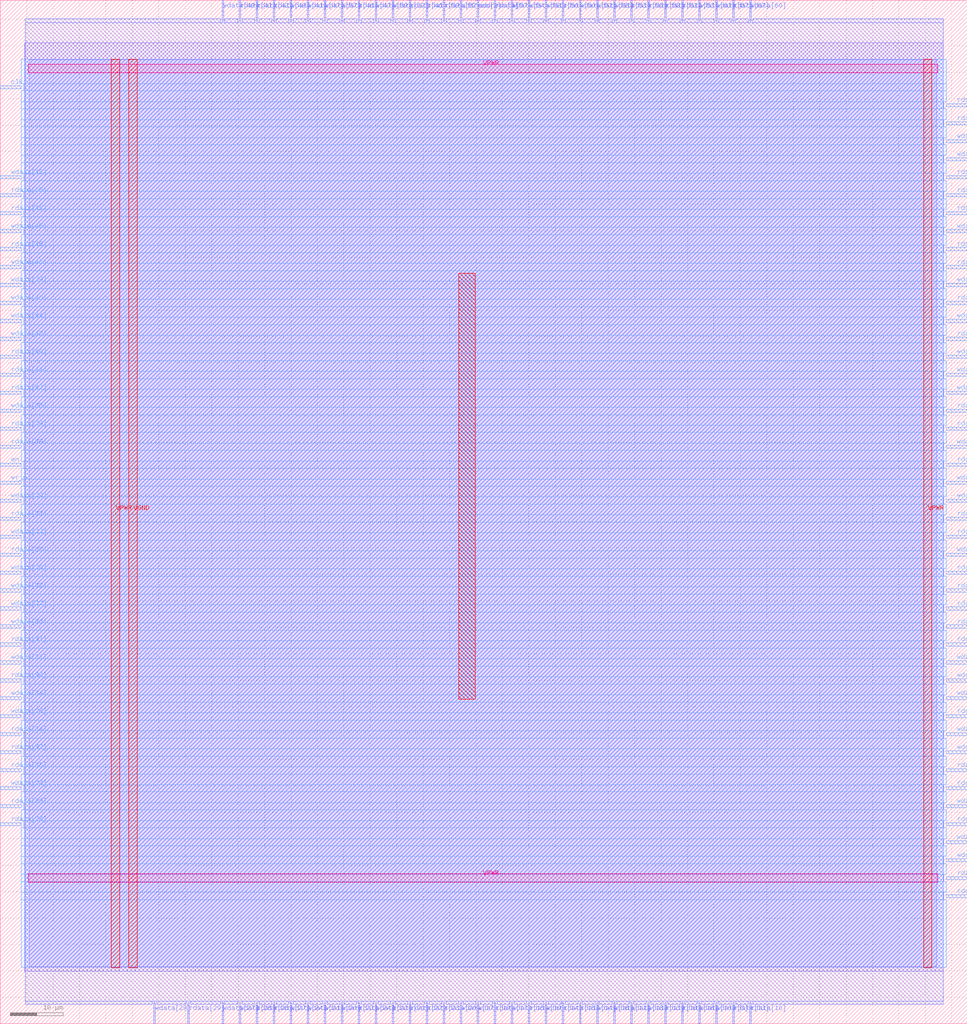
<source format=lef>
VERSION 5.7 ;
  NOWIREEXTENSIONATPIN ON ;
  DIVIDERCHAR "/" ;
  BUSBITCHARS "[]" ;
MACRO dff_ram_4x72
  CLASS BLOCK ;
  FOREIGN dff_ram_4x72 ;
  ORIGIN 0.000 0.000 ;
  SIZE 182.915 BY 193.635 ;
  PIN VGND
    DIRECTION INOUT ;
    USE GROUND ;
    PORT
      LAYER met4 ;
        RECT 24.340 10.640 25.940 182.480 ;
    END
  END VGND
  PIN VPWR
    DIRECTION INOUT ;
    USE POWER ;
    PORT
      LAYER met4 ;
        RECT 21.040 10.640 22.640 182.480 ;
    END
    PORT
      LAYER met4 ;
        RECT 174.640 10.640 176.240 182.480 ;
    END
    PORT
      LAYER met5 ;
        RECT 5.280 26.730 177.340 28.330 ;
    END
    PORT
      LAYER met5 ;
        RECT 5.280 179.910 177.340 181.510 ;
    END
  END VPWR
  PIN address[0]
    DIRECTION INPUT ;
    USE SIGNAL ;
    ANTENNAGATEAREA 0.126000 ;
    PORT
      LAYER met2 ;
        RECT 90.250 189.635 90.530 193.635 ;
    END
  END address[0]
  PIN address[1]
    DIRECTION INPUT ;
    USE SIGNAL ;
    ANTENNAGATEAREA 0.196500 ;
    PORT
      LAYER met2 ;
        RECT 87.030 189.635 87.310 193.635 ;
    END
  END address[1]
  PIN clk
    DIRECTION INPUT ;
    USE SIGNAL ;
    ANTENNAGATEAREA 0.852000 ;
    PORT
      LAYER met3 ;
        RECT 0.000 176.840 4.000 177.440 ;
    END
  END clk
  PIN en
    DIRECTION INPUT ;
    USE SIGNAL ;
    ANTENNAGATEAREA 0.213000 ;
    PORT
      LAYER met3 ;
        RECT 0.000 105.440 4.000 106.040 ;
    END
  END en
  PIN rdata[0]
    DIRECTION OUTPUT TRISTATE ;
    USE SIGNAL ;
    ANTENNADIFFAREA 0.445500 ;
    PORT
      LAYER met3 ;
        RECT 178.915 23.840 182.915 24.440 ;
    END
  END rdata[0]
  PIN rdata[10]
    DIRECTION OUTPUT TRISTATE ;
    USE SIGNAL ;
    ANTENNADIFFAREA 0.795200 ;
    PORT
      LAYER met2 ;
        RECT 141.770 0.000 142.050 4.000 ;
    END
  END rdata[10]
  PIN rdata[11]
    DIRECTION OUTPUT TRISTATE ;
    USE SIGNAL ;
    ANTENNADIFFAREA 0.445500 ;
    PORT
      LAYER met3 ;
        RECT 178.915 81.640 182.915 82.240 ;
    END
  END rdata[11]
  PIN rdata[12]
    DIRECTION OUTPUT TRISTATE ;
    USE SIGNAL ;
    ANTENNADIFFAREA 0.445500 ;
    PORT
      LAYER met3 ;
        RECT 178.915 74.840 182.915 75.440 ;
    END
  END rdata[12]
  PIN rdata[13]
    DIRECTION OUTPUT TRISTATE ;
    USE SIGNAL ;
    ANTENNADIFFAREA 0.795200 ;
    PORT
      LAYER met2 ;
        RECT 138.550 0.000 138.830 4.000 ;
    END
  END rdata[13]
  PIN rdata[14]
    DIRECTION OUTPUT TRISTATE ;
    USE SIGNAL ;
    ANTENNADIFFAREA 0.795200 ;
    PORT
      LAYER met2 ;
        RECT 109.570 0.000 109.850 4.000 ;
    END
  END rdata[14]
  PIN rdata[15]
    DIRECTION OUTPUT TRISTATE ;
    USE SIGNAL ;
    ANTENNADIFFAREA 0.795200 ;
    PORT
      LAYER met2 ;
        RECT 106.350 0.000 106.630 4.000 ;
    END
  END rdata[15]
  PIN rdata[16]
    DIRECTION OUTPUT TRISTATE ;
    USE SIGNAL ;
    ANTENNADIFFAREA 0.795200 ;
    PORT
      LAYER met2 ;
        RECT 128.890 0.000 129.170 4.000 ;
    END
  END rdata[16]
  PIN rdata[17]
    DIRECTION OUTPUT TRISTATE ;
    USE SIGNAL ;
    ANTENNADIFFAREA 0.795200 ;
    PORT
      LAYER met2 ;
        RECT 93.470 0.000 93.750 4.000 ;
    END
  END rdata[17]
  PIN rdata[18]
    DIRECTION OUTPUT TRISTATE ;
    USE SIGNAL ;
    ANTENNADIFFAREA 0.795200 ;
    PORT
      LAYER met2 ;
        RECT 125.670 0.000 125.950 4.000 ;
    END
  END rdata[18]
  PIN rdata[19]
    DIRECTION OUTPUT TRISTATE ;
    USE SIGNAL ;
    ANTENNADIFFAREA 0.795200 ;
    PORT
      LAYER met2 ;
        RECT 99.910 0.000 100.190 4.000 ;
    END
  END rdata[19]
  PIN rdata[1]
    DIRECTION OUTPUT TRISTATE ;
    USE SIGNAL ;
    ANTENNADIFFAREA 0.795200 ;
    PORT
      LAYER met3 ;
        RECT 178.915 85.040 182.915 85.640 ;
    END
  END rdata[1]
  PIN rdata[20]
    DIRECTION OUTPUT TRISTATE ;
    USE SIGNAL ;
    ANTENNADIFFAREA 0.795200 ;
    PORT
      LAYER met2 ;
        RECT 83.810 0.000 84.090 4.000 ;
    END
  END rdata[20]
  PIN rdata[21]
    DIRECTION OUTPUT TRISTATE ;
    USE SIGNAL ;
    ANTENNADIFFAREA 0.795200 ;
    PORT
      LAYER met2 ;
        RECT 74.150 0.000 74.430 4.000 ;
    END
  END rdata[21]
  PIN rdata[22]
    DIRECTION OUTPUT TRISTATE ;
    USE SIGNAL ;
    ANTENNADIFFAREA 0.795200 ;
    PORT
      LAYER met2 ;
        RECT 77.370 0.000 77.650 4.000 ;
    END
  END rdata[22]
  PIN rdata[23]
    DIRECTION OUTPUT TRISTATE ;
    USE SIGNAL ;
    ANTENNADIFFAREA 0.795200 ;
    PORT
      LAYER met2 ;
        RECT 80.590 0.000 80.870 4.000 ;
    END
  END rdata[23]
  PIN rdata[24]
    DIRECTION OUTPUT TRISTATE ;
    USE SIGNAL ;
    ANTENNADIFFAREA 0.795200 ;
    PORT
      LAYER met2 ;
        RECT 67.710 0.000 67.990 4.000 ;
    END
  END rdata[24]
  PIN rdata[25]
    DIRECTION OUTPUT TRISTATE ;
    USE SIGNAL ;
    ANTENNADIFFAREA 0.795200 ;
    PORT
      LAYER met2 ;
        RECT 48.390 0.000 48.670 4.000 ;
    END
  END rdata[25]
  PIN rdata[26]
    DIRECTION OUTPUT TRISTATE ;
    USE SIGNAL ;
    ANTENNADIFFAREA 0.795200 ;
    PORT
      LAYER met3 ;
        RECT 0.000 37.440 4.000 38.040 ;
    END
  END rdata[26]
  PIN rdata[27]
    DIRECTION OUTPUT TRISTATE ;
    USE SIGNAL ;
    ANTENNADIFFAREA 0.795200 ;
    PORT
      LAYER met2 ;
        RECT 51.610 0.000 51.890 4.000 ;
    END
  END rdata[27]
  PIN rdata[28]
    DIRECTION OUTPUT TRISTATE ;
    USE SIGNAL ;
    ANTENNADIFFAREA 0.795200 ;
    PORT
      LAYER met3 ;
        RECT 0.000 40.840 4.000 41.440 ;
    END
  END rdata[28]
  PIN rdata[29]
    DIRECTION OUTPUT TRISTATE ;
    USE SIGNAL ;
    ANTENNADIFFAREA 0.795200 ;
    PORT
      LAYER met2 ;
        RECT 35.510 0.000 35.790 4.000 ;
    END
  END rdata[29]
  PIN rdata[2]
    DIRECTION OUTPUT TRISTATE ;
    USE SIGNAL ;
    ANTENNADIFFAREA 0.445500 ;
    PORT
      LAYER met3 ;
        RECT 178.915 44.240 182.915 44.840 ;
    END
  END rdata[2]
  PIN rdata[30]
    DIRECTION OUTPUT TRISTATE ;
    USE SIGNAL ;
    ANTENNADIFFAREA 0.795200 ;
    PORT
      LAYER met3 ;
        RECT 0.000 64.640 4.000 65.240 ;
    END
  END rdata[30]
  PIN rdata[31]
    DIRECTION OUTPUT TRISTATE ;
    USE SIGNAL ;
    ANTENNADIFFAREA 0.795200 ;
    PORT
      LAYER met3 ;
        RECT 0.000 71.440 4.000 72.040 ;
    END
  END rdata[31]
  PIN rdata[32]
    DIRECTION OUTPUT TRISTATE ;
    USE SIGNAL ;
    ANTENNADIFFAREA 0.795200 ;
    PORT
      LAYER met3 ;
        RECT 0.000 51.040 4.000 51.640 ;
    END
  END rdata[32]
  PIN rdata[33]
    DIRECTION OUTPUT TRISTATE ;
    USE SIGNAL ;
    ANTENNADIFFAREA 0.795200 ;
    PORT
      LAYER met3 ;
        RECT 0.000 95.240 4.000 95.840 ;
    END
  END rdata[33]
  PIN rdata[34]
    DIRECTION OUTPUT TRISTATE ;
    USE SIGNAL ;
    ANTENNADIFFAREA 0.795200 ;
    PORT
      LAYER met3 ;
        RECT 0.000 54.440 4.000 55.040 ;
    END
  END rdata[34]
  PIN rdata[35]
    DIRECTION OUTPUT TRISTATE ;
    USE SIGNAL ;
    ANTENNADIFFAREA 0.795200 ;
    PORT
      LAYER met3 ;
        RECT 0.000 156.440 4.000 157.040 ;
    END
  END rdata[35]
  PIN rdata[36]
    DIRECTION OUTPUT TRISTATE ;
    USE SIGNAL ;
    ANTENNADIFFAREA 0.795200 ;
    PORT
      LAYER met3 ;
        RECT 0.000 47.640 4.000 48.240 ;
    END
  END rdata[36]
  PIN rdata[37]
    DIRECTION OUTPUT TRISTATE ;
    USE SIGNAL ;
    ANTENNADIFFAREA 0.795200 ;
    PORT
      LAYER met3 ;
        RECT 0.000 88.440 4.000 89.040 ;
    END
  END rdata[37]
  PIN rdata[38]
    DIRECTION OUTPUT TRISTATE ;
    USE SIGNAL ;
    ANTENNADIFFAREA 0.795200 ;
    PORT
      LAYER met3 ;
        RECT 0.000 112.240 4.000 112.840 ;
    END
  END rdata[38]
  PIN rdata[39]
    DIRECTION OUTPUT TRISTATE ;
    USE SIGNAL ;
    ANTENNADIFFAREA 0.795200 ;
    PORT
      LAYER met3 ;
        RECT 0.000 108.840 4.000 109.440 ;
    END
  END rdata[39]
  PIN rdata[3]
    DIRECTION OUTPUT TRISTATE ;
    USE SIGNAL ;
    ANTENNADIFFAREA 0.795200 ;
    PORT
      LAYER met3 ;
        RECT 178.915 47.640 182.915 48.240 ;
    END
  END rdata[3]
  PIN rdata[40]
    DIRECTION OUTPUT TRISTATE ;
    USE SIGNAL ;
    ANTENNADIFFAREA 0.795200 ;
    PORT
      LAYER met3 ;
        RECT 0.000 125.840 4.000 126.440 ;
    END
  END rdata[40]
  PIN rdata[41]
    DIRECTION OUTPUT TRISTATE ;
    USE SIGNAL ;
    ANTENNADIFFAREA 0.795200 ;
    PORT
      LAYER met2 ;
        RECT 45.170 189.635 45.450 193.635 ;
    END
  END rdata[41]
  PIN rdata[42]
    DIRECTION OUTPUT TRISTATE ;
    USE SIGNAL ;
    ANTENNADIFFAREA 0.795200 ;
    PORT
      LAYER met3 ;
        RECT 0.000 119.040 4.000 119.640 ;
    END
  END rdata[42]
  PIN rdata[43]
    DIRECTION OUTPUT TRISTATE ;
    USE SIGNAL ;
    ANTENNADIFFAREA 0.795200 ;
    PORT
      LAYER met2 ;
        RECT 48.390 189.635 48.670 193.635 ;
    END
  END rdata[43]
  PIN rdata[44]
    DIRECTION OUTPUT TRISTATE ;
    USE SIGNAL ;
    ANTENNADIFFAREA 0.795200 ;
    PORT
      LAYER met3 ;
        RECT 0.000 122.440 4.000 123.040 ;
    END
  END rdata[44]
  PIN rdata[45]
    DIRECTION OUTPUT TRISTATE ;
    USE SIGNAL ;
    ANTENNADIFFAREA 0.795200 ;
    PORT
      LAYER met3 ;
        RECT 0.000 146.240 4.000 146.840 ;
    END
  END rdata[45]
  PIN rdata[46]
    DIRECTION OUTPUT TRISTATE ;
    USE SIGNAL ;
    ANTENNADIFFAREA 0.795200 ;
    PORT
      LAYER met2 ;
        RECT 77.370 189.635 77.650 193.635 ;
    END
  END rdata[46]
  PIN rdata[47]
    DIRECTION OUTPUT TRISTATE ;
    USE SIGNAL ;
    ANTENNADIFFAREA 0.795200 ;
    PORT
      LAYER met2 ;
        RECT 67.710 189.635 67.990 193.635 ;
    END
  END rdata[47]
  PIN rdata[48]
    DIRECTION OUTPUT TRISTATE ;
    USE SIGNAL ;
    ANTENNADIFFAREA 0.795200 ;
    PORT
      LAYER met3 ;
        RECT 0.000 153.040 4.000 153.640 ;
    END
  END rdata[48]
  PIN rdata[49]
    DIRECTION OUTPUT TRISTATE ;
    USE SIGNAL ;
    ANTENNADIFFAREA 0.445500 ;
    PORT
      LAYER met2 ;
        RECT 51.610 189.635 51.890 193.635 ;
    END
  END rdata[49]
  PIN rdata[4]
    DIRECTION OUTPUT TRISTATE ;
    USE SIGNAL ;
    ANTENNADIFFAREA 0.445500 ;
    PORT
      LAYER met3 ;
        RECT 178.915 95.240 182.915 95.840 ;
    END
  END rdata[4]
  PIN rdata[50]
    DIRECTION OUTPUT TRISTATE ;
    USE SIGNAL ;
    ANTENNADIFFAREA 0.795200 ;
    PORT
      LAYER met2 ;
        RECT 106.350 189.635 106.630 193.635 ;
    END
  END rdata[50]
  PIN rdata[51]
    DIRECTION OUTPUT TRISTATE ;
    USE SIGNAL ;
    ANTENNADIFFAREA 0.795200 ;
    PORT
      LAYER met2 ;
        RECT 125.670 189.635 125.950 193.635 ;
    END
  END rdata[51]
  PIN rdata[52]
    DIRECTION OUTPUT TRISTATE ;
    USE SIGNAL ;
    ANTENNADIFFAREA 0.795200 ;
    PORT
      LAYER met2 ;
        RECT 83.810 189.635 84.090 193.635 ;
    END
  END rdata[52]
  PIN rdata[53]
    DIRECTION OUTPUT TRISTATE ;
    USE SIGNAL ;
    ANTENNADIFFAREA 0.795200 ;
    PORT
      LAYER met2 ;
        RECT 128.890 189.635 129.170 193.635 ;
    END
  END rdata[53]
  PIN rdata[54]
    DIRECTION OUTPUT TRISTATE ;
    USE SIGNAL ;
    ANTENNADIFFAREA 0.445500 ;
    PORT
      LAYER met3 ;
        RECT 178.915 173.440 182.915 174.040 ;
    END
  END rdata[54]
  PIN rdata[55]
    DIRECTION OUTPUT TRISTATE ;
    USE SIGNAL ;
    ANTENNADIFFAREA 0.795200 ;
    PORT
      LAYER met2 ;
        RECT 119.230 189.635 119.510 193.635 ;
    END
  END rdata[55]
  PIN rdata[56]
    DIRECTION OUTPUT TRISTATE ;
    USE SIGNAL ;
    ANTENNADIFFAREA 0.795200 ;
    PORT
      LAYER met3 ;
        RECT 178.915 115.640 182.915 116.240 ;
    END
  END rdata[56]
  PIN rdata[57]
    DIRECTION OUTPUT TRISTATE ;
    USE SIGNAL ;
    ANTENNADIFFAREA 0.445500 ;
    PORT
      LAYER met2 ;
        RECT 93.470 189.635 93.750 193.635 ;
    END
  END rdata[57]
  PIN rdata[58]
    DIRECTION OUTPUT TRISTATE ;
    USE SIGNAL ;
    ANTENNADIFFAREA 0.795200 ;
    PORT
      LAYER met2 ;
        RECT 122.450 189.635 122.730 193.635 ;
    END
  END rdata[58]
  PIN rdata[59]
    DIRECTION OUTPUT TRISTATE ;
    USE SIGNAL ;
    ANTENNADIFFAREA 0.795200 ;
    PORT
      LAYER met2 ;
        RECT 80.590 189.635 80.870 193.635 ;
    END
  END rdata[59]
  PIN rdata[5]
    DIRECTION OUTPUT TRISTATE ;
    USE SIGNAL ;
    ANTENNADIFFAREA 0.795200 ;
    PORT
      LAYER met3 ;
        RECT 178.915 71.440 182.915 72.040 ;
    END
  END rdata[5]
  PIN rdata[60]
    DIRECTION OUTPUT TRISTATE ;
    USE SIGNAL ;
    ANTENNADIFFAREA 0.795200 ;
    PORT
      LAYER met3 ;
        RECT 178.915 170.040 182.915 170.640 ;
    END
  END rdata[60]
  PIN rdata[61]
    DIRECTION OUTPUT TRISTATE ;
    USE SIGNAL ;
    ANTENNADIFFAREA 0.445500 ;
    PORT
      LAYER met3 ;
        RECT 178.915 153.040 182.915 153.640 ;
    END
  END rdata[61]
  PIN rdata[62]
    DIRECTION OUTPUT TRISTATE ;
    USE SIGNAL ;
    ANTENNADIFFAREA 0.445500 ;
    PORT
      LAYER met3 ;
        RECT 178.915 159.840 182.915 160.440 ;
    END
  END rdata[62]
  PIN rdata[63]
    DIRECTION OUTPUT TRISTATE ;
    USE SIGNAL ;
    ANTENNADIFFAREA 0.445500 ;
    PORT
      LAYER met3 ;
        RECT 178.915 142.840 182.915 143.440 ;
    END
  END rdata[63]
  PIN rdata[64]
    DIRECTION OUTPUT TRISTATE ;
    USE SIGNAL ;
    ANTENNADIFFAREA 0.445500 ;
    PORT
      LAYER met3 ;
        RECT 178.915 136.040 182.915 136.640 ;
    END
  END rdata[64]
  PIN rdata[65]
    DIRECTION OUTPUT TRISTATE ;
    USE SIGNAL ;
    ANTENNADIFFAREA 0.795200 ;
    PORT
      LAYER met3 ;
        RECT 178.915 129.240 182.915 129.840 ;
    END
  END rdata[65]
  PIN rdata[66]
    DIRECTION OUTPUT TRISTATE ;
    USE SIGNAL ;
    ANTENNADIFFAREA 0.445500 ;
    PORT
      LAYER met3 ;
        RECT 178.915 146.240 182.915 146.840 ;
    END
  END rdata[66]
  PIN rdata[67]
    DIRECTION OUTPUT TRISTATE ;
    USE SIGNAL ;
    ANTENNADIFFAREA 0.795200 ;
    PORT
      LAYER met2 ;
        RECT 138.550 189.635 138.830 193.635 ;
    END
  END rdata[67]
  PIN rdata[68]
    DIRECTION OUTPUT TRISTATE ;
    USE SIGNAL ;
    ANTENNADIFFAREA 0.795200 ;
    PORT
      LAYER met3 ;
        RECT 178.915 156.440 182.915 157.040 ;
    END
  END rdata[68]
  PIN rdata[69]
    DIRECTION OUTPUT TRISTATE ;
    USE SIGNAL ;
    ANTENNADIFFAREA 0.795200 ;
    PORT
      LAYER met3 ;
        RECT 178.915 112.240 182.915 112.840 ;
    END
  END rdata[69]
  PIN rdata[6]
    DIRECTION OUTPUT TRISTATE ;
    USE SIGNAL ;
    ANTENNADIFFAREA 0.795200 ;
    PORT
      LAYER met3 ;
        RECT 178.915 78.240 182.915 78.840 ;
    END
  END rdata[6]
  PIN rdata[70]
    DIRECTION OUTPUT TRISTATE ;
    USE SIGNAL ;
    ANTENNADIFFAREA 0.445500 ;
    PORT
      LAYER met3 ;
        RECT 178.915 105.440 182.915 106.040 ;
    END
  END rdata[70]
  PIN rdata[71]
    DIRECTION OUTPUT TRISTATE ;
    USE SIGNAL ;
    ANTENNADIFFAREA 0.795200 ;
    PORT
      LAYER met3 ;
        RECT 178.915 91.840 182.915 92.440 ;
    END
  END rdata[71]
  PIN rdata[7]
    DIRECTION OUTPUT TRISTATE ;
    USE SIGNAL ;
    ANTENNADIFFAREA 0.445500 ;
    PORT
      LAYER met3 ;
        RECT 178.915 57.840 182.915 58.440 ;
    END
  END rdata[7]
  PIN rdata[8]
    DIRECTION OUTPUT TRISTATE ;
    USE SIGNAL ;
    ANTENNADIFFAREA 0.445500 ;
    PORT
      LAYER met3 ;
        RECT 178.915 37.440 182.915 38.040 ;
    END
  END rdata[8]
  PIN rdata[9]
    DIRECTION OUTPUT TRISTATE ;
    USE SIGNAL ;
    ANTENNADIFFAREA 0.795200 ;
    PORT
      LAYER met3 ;
        RECT 178.915 27.240 182.915 27.840 ;
    END
  END rdata[9]
  PIN wdata[0]
    DIRECTION INPUT ;
    USE SIGNAL ;
    ANTENNAGATEAREA 0.196500 ;
    PORT
      LAYER met3 ;
        RECT 178.915 98.640 182.915 99.240 ;
    END
  END wdata[0]
  PIN wdata[10]
    DIRECTION INPUT ;
    USE SIGNAL ;
    ANTENNAGATEAREA 0.196500 ;
    PORT
      LAYER met2 ;
        RECT 132.110 0.000 132.390 4.000 ;
    END
  END wdata[10]
  PIN wdata[11]
    DIRECTION INPUT ;
    USE SIGNAL ;
    ANTENNAGATEAREA 0.196500 ;
    PORT
      LAYER met2 ;
        RECT 116.010 0.000 116.290 4.000 ;
    END
  END wdata[11]
  PIN wdata[12]
    DIRECTION INPUT ;
    USE SIGNAL ;
    ANTENNAGATEAREA 0.196500 ;
    PORT
      LAYER met3 ;
        RECT 178.915 61.240 182.915 61.840 ;
    END
  END wdata[12]
  PIN wdata[13]
    DIRECTION INPUT ;
    USE SIGNAL ;
    ANTENNAGATEAREA 0.196500 ;
    PORT
      LAYER met2 ;
        RECT 122.450 0.000 122.730 4.000 ;
    END
  END wdata[13]
  PIN wdata[14]
    DIRECTION INPUT ;
    USE SIGNAL ;
    ANTENNAGATEAREA 0.196500 ;
    PORT
      LAYER met2 ;
        RECT 103.130 0.000 103.410 4.000 ;
    END
  END wdata[14]
  PIN wdata[15]
    DIRECTION INPUT ;
    USE SIGNAL ;
    ANTENNAGATEAREA 0.196500 ;
    PORT
      LAYER met2 ;
        RECT 96.690 0.000 96.970 4.000 ;
    END
  END wdata[15]
  PIN wdata[16]
    DIRECTION INPUT ;
    USE SIGNAL ;
    ANTENNAGATEAREA 0.196500 ;
    PORT
      LAYER met2 ;
        RECT 112.790 0.000 113.070 4.000 ;
    END
  END wdata[16]
  PIN wdata[17]
    DIRECTION INPUT ;
    USE SIGNAL ;
    ANTENNAGATEAREA 0.196500 ;
    PORT
      LAYER met2 ;
        RECT 87.030 0.000 87.310 4.000 ;
    END
  END wdata[17]
  PIN wdata[18]
    DIRECTION INPUT ;
    USE SIGNAL ;
    ANTENNAGATEAREA 0.196500 ;
    PORT
      LAYER met2 ;
        RECT 119.230 0.000 119.510 4.000 ;
    END
  END wdata[18]
  PIN wdata[19]
    DIRECTION INPUT ;
    USE SIGNAL ;
    ANTENNAGATEAREA 0.196500 ;
    PORT
      LAYER met2 ;
        RECT 90.250 0.000 90.530 4.000 ;
    END
  END wdata[19]
  PIN wdata[1]
    DIRECTION INPUT ;
    USE SIGNAL ;
    ANTENNAGATEAREA 0.196500 ;
    PORT
      LAYER met3 ;
        RECT 178.915 102.040 182.915 102.640 ;
    END
  END wdata[1]
  PIN wdata[20]
    DIRECTION INPUT ;
    USE SIGNAL ;
    ANTENNAGATEAREA 0.196500 ;
    PORT
      LAYER met2 ;
        RECT 61.270 0.000 61.550 4.000 ;
    END
  END wdata[20]
  PIN wdata[21]
    DIRECTION INPUT ;
    USE SIGNAL ;
    ANTENNAGATEAREA 0.196500 ;
    PORT
      LAYER met2 ;
        RECT 58.050 0.000 58.330 4.000 ;
    END
  END wdata[21]
  PIN wdata[22]
    DIRECTION INPUT ;
    USE SIGNAL ;
    ANTENNAGATEAREA 0.196500 ;
    PORT
      LAYER met2 ;
        RECT 70.930 0.000 71.210 4.000 ;
    END
  END wdata[22]
  PIN wdata[23]
    DIRECTION INPUT ;
    USE SIGNAL ;
    ANTENNAGATEAREA 0.196500 ;
    PORT
      LAYER met2 ;
        RECT 64.490 0.000 64.770 4.000 ;
    END
  END wdata[23]
  PIN wdata[24]
    DIRECTION INPUT ;
    USE SIGNAL ;
    ANTENNAGATEAREA 0.196500 ;
    PORT
      LAYER met2 ;
        RECT 54.830 0.000 55.110 4.000 ;
    END
  END wdata[24]
  PIN wdata[25]
    DIRECTION INPUT ;
    USE SIGNAL ;
    ANTENNAGATEAREA 0.196500 ;
    PORT
      LAYER met2 ;
        RECT 45.170 0.000 45.450 4.000 ;
    END
  END wdata[25]
  PIN wdata[26]
    DIRECTION INPUT ;
    USE SIGNAL ;
    ANTENNAGATEAREA 0.196500 ;
    PORT
      LAYER met3 ;
        RECT 0.000 57.840 4.000 58.440 ;
    END
  END wdata[26]
  PIN wdata[27]
    DIRECTION INPUT ;
    USE SIGNAL ;
    ANTENNAGATEAREA 0.196500 ;
    PORT
      LAYER met2 ;
        RECT 41.950 0.000 42.230 4.000 ;
    END
  END wdata[27]
  PIN wdata[28]
    DIRECTION INPUT ;
    USE SIGNAL ;
    ANTENNAGATEAREA 0.196500 ;
    PORT
      LAYER met3 ;
        RECT 0.000 44.240 4.000 44.840 ;
    END
  END wdata[28]
  PIN wdata[29]
    DIRECTION INPUT ;
    USE SIGNAL ;
    ANTENNAGATEAREA 0.196500 ;
    PORT
      LAYER met2 ;
        RECT 29.070 0.000 29.350 4.000 ;
    END
  END wdata[29]
  PIN wdata[2]
    DIRECTION INPUT ;
    USE SIGNAL ;
    ANTENNAGATEAREA 0.196500 ;
    PORT
      LAYER met3 ;
        RECT 178.915 51.040 182.915 51.640 ;
    END
  END wdata[2]
  PIN wdata[30]
    DIRECTION INPUT ;
    USE SIGNAL ;
    ANTENNAGATEAREA 0.196500 ;
    PORT
      LAYER met3 ;
        RECT 0.000 85.040 4.000 85.640 ;
    END
  END wdata[30]
  PIN wdata[31]
    DIRECTION INPUT ;
    USE SIGNAL ;
    ANTENNAGATEAREA 0.196500 ;
    PORT
      LAYER met3 ;
        RECT 0.000 68.040 4.000 68.640 ;
    END
  END wdata[31]
  PIN wdata[32]
    DIRECTION INPUT ;
    USE SIGNAL ;
    ANTENNAGATEAREA 0.126000 ;
    PORT
      LAYER met3 ;
        RECT 0.000 81.640 4.000 82.240 ;
    END
  END wdata[32]
  PIN wdata[33]
    DIRECTION INPUT ;
    USE SIGNAL ;
    ANTENNAGATEAREA 0.196500 ;
    PORT
      LAYER met3 ;
        RECT 0.000 91.840 4.000 92.440 ;
    END
  END wdata[33]
  PIN wdata[34]
    DIRECTION INPUT ;
    USE SIGNAL ;
    ANTENNAGATEAREA 0.196500 ;
    PORT
      LAYER met3 ;
        RECT 0.000 61.240 4.000 61.840 ;
    END
  END wdata[34]
  PIN wdata[35]
    DIRECTION INPUT ;
    USE SIGNAL ;
    ANTENNAGATEAREA 0.126000 ;
    PORT
      LAYER met3 ;
        RECT 0.000 115.640 4.000 116.240 ;
    END
  END wdata[35]
  PIN wdata[36]
    DIRECTION INPUT ;
    USE SIGNAL ;
    ANTENNAGATEAREA 0.196500 ;
    PORT
      LAYER met3 ;
        RECT 0.000 74.840 4.000 75.440 ;
    END
  END wdata[36]
  PIN wdata[37]
    DIRECTION INPUT ;
    USE SIGNAL ;
    ANTENNAGATEAREA 0.196500 ;
    PORT
      LAYER met3 ;
        RECT 0.000 78.240 4.000 78.840 ;
    END
  END wdata[37]
  PIN wdata[38]
    DIRECTION INPUT ;
    USE SIGNAL ;
    ANTENNAGATEAREA 0.196500 ;
    PORT
      LAYER met3 ;
        RECT 0.000 139.440 4.000 140.040 ;
    END
  END wdata[38]
  PIN wdata[39]
    DIRECTION INPUT ;
    USE SIGNAL ;
    ANTENNAGATEAREA 0.196500 ;
    PORT
      LAYER met3 ;
        RECT 0.000 98.640 4.000 99.240 ;
    END
  END wdata[39]
  PIN wdata[3]
    DIRECTION INPUT ;
    USE SIGNAL ;
    ANTENNAGATEAREA 0.196500 ;
    PORT
      LAYER met2 ;
        RECT 135.330 0.000 135.610 4.000 ;
    END
  END wdata[3]
  PIN wdata[40]
    DIRECTION INPUT ;
    USE SIGNAL ;
    ANTENNAGATEAREA 0.196500 ;
    PORT
      LAYER met3 ;
        RECT 0.000 136.040 4.000 136.640 ;
    END
  END wdata[40]
  PIN wdata[41]
    DIRECTION INPUT ;
    USE SIGNAL ;
    ANTENNAGATEAREA 0.196500 ;
    PORT
      LAYER met2 ;
        RECT 54.830 189.635 55.110 193.635 ;
    END
  END wdata[41]
  PIN wdata[42]
    DIRECTION INPUT ;
    USE SIGNAL ;
    ANTENNAGATEAREA 0.196500 ;
    PORT
      LAYER met3 ;
        RECT 0.000 129.240 4.000 129.840 ;
    END
  END wdata[42]
  PIN wdata[43]
    DIRECTION INPUT ;
    USE SIGNAL ;
    ANTENNAGATEAREA 0.196500 ;
    PORT
      LAYER met3 ;
        RECT 0.000 142.840 4.000 143.440 ;
    END
  END wdata[43]
  PIN wdata[44]
    DIRECTION INPUT ;
    USE SIGNAL ;
    ANTENNAGATEAREA 0.196500 ;
    PORT
      LAYER met3 ;
        RECT 0.000 132.640 4.000 133.240 ;
    END
  END wdata[44]
  PIN wdata[45]
    DIRECTION INPUT ;
    USE SIGNAL ;
    ANTENNAGATEAREA 0.196500 ;
    PORT
      LAYER met3 ;
        RECT 0.000 149.640 4.000 150.240 ;
    END
  END wdata[45]
  PIN wdata[46]
    DIRECTION INPUT ;
    USE SIGNAL ;
    ANTENNAGATEAREA 0.196500 ;
    PORT
      LAYER met2 ;
        RECT 64.490 189.635 64.770 193.635 ;
    END
  END wdata[46]
  PIN wdata[47]
    DIRECTION INPUT ;
    USE SIGNAL ;
    ANTENNAGATEAREA 0.196500 ;
    PORT
      LAYER met2 ;
        RECT 58.050 189.635 58.330 193.635 ;
    END
  END wdata[47]
  PIN wdata[48]
    DIRECTION INPUT ;
    USE SIGNAL ;
    ANTENNAGATEAREA 0.196500 ;
    PORT
      LAYER met3 ;
        RECT 0.000 159.840 4.000 160.440 ;
    END
  END wdata[48]
  PIN wdata[49]
    DIRECTION INPUT ;
    USE SIGNAL ;
    ANTENNAGATEAREA 0.196500 ;
    PORT
      LAYER met2 ;
        RECT 41.950 189.635 42.230 193.635 ;
    END
  END wdata[49]
  PIN wdata[4]
    DIRECTION INPUT ;
    USE SIGNAL ;
    ANTENNAGATEAREA 0.126000 ;
    PORT
      LAYER met3 ;
        RECT 178.915 40.840 182.915 41.440 ;
    END
  END wdata[4]
  PIN wdata[50]
    DIRECTION INPUT ;
    USE SIGNAL ;
    ANTENNAGATEAREA 0.196500 ;
    PORT
      LAYER met2 ;
        RECT 103.130 189.635 103.410 193.635 ;
    END
  END wdata[50]
  PIN wdata[51]
    DIRECTION INPUT ;
    USE SIGNAL ;
    ANTENNAGATEAREA 0.196500 ;
    PORT
      LAYER met2 ;
        RECT 109.570 189.635 109.850 193.635 ;
    END
  END wdata[51]
  PIN wdata[52]
    DIRECTION INPUT ;
    USE SIGNAL ;
    ANTENNAGATEAREA 0.196500 ;
    PORT
      LAYER met2 ;
        RECT 74.150 189.635 74.430 193.635 ;
    END
  END wdata[52]
  PIN wdata[53]
    DIRECTION INPUT ;
    USE SIGNAL ;
    ANTENNAGATEAREA 0.196500 ;
    PORT
      LAYER met2 ;
        RECT 116.010 189.635 116.290 193.635 ;
    END
  END wdata[53]
  PIN wdata[54]
    DIRECTION INPUT ;
    USE SIGNAL ;
    ANTENNAGATEAREA 0.126000 ;
    PORT
      LAYER met2 ;
        RECT 96.690 189.635 96.970 193.635 ;
    END
  END wdata[54]
  PIN wdata[55]
    DIRECTION INPUT ;
    USE SIGNAL ;
    ANTENNAGATEAREA 0.196500 ;
    PORT
      LAYER met2 ;
        RECT 112.790 189.635 113.070 193.635 ;
    END
  END wdata[55]
  PIN wdata[56]
    DIRECTION INPUT ;
    USE SIGNAL ;
    ANTENNAGATEAREA 0.126000 ;
    PORT
      LAYER met3 ;
        RECT 178.915 122.440 182.915 123.040 ;
    END
  END wdata[56]
  PIN wdata[57]
    DIRECTION INPUT ;
    USE SIGNAL ;
    ANTENNAGATEAREA 0.196500 ;
    PORT
      LAYER met2 ;
        RECT 61.270 189.635 61.550 193.635 ;
    END
  END wdata[57]
  PIN wdata[58]
    DIRECTION INPUT ;
    USE SIGNAL ;
    ANTENNAGATEAREA 0.196500 ;
    PORT
      LAYER met2 ;
        RECT 99.910 189.635 100.190 193.635 ;
    END
  END wdata[58]
  PIN wdata[59]
    DIRECTION INPUT ;
    USE SIGNAL ;
    ANTENNAGATEAREA 0.196500 ;
    PORT
      LAYER met2 ;
        RECT 70.930 189.635 71.210 193.635 ;
    END
  END wdata[59]
  PIN wdata[5]
    DIRECTION INPUT ;
    USE SIGNAL ;
    ANTENNAGATEAREA 0.196500 ;
    PORT
      LAYER met3 ;
        RECT 178.915 68.040 182.915 68.640 ;
    END
  END wdata[5]
  PIN wdata[60]
    DIRECTION INPUT ;
    USE SIGNAL ;
    ANTENNAGATEAREA 0.196500 ;
    PORT
      LAYER met2 ;
        RECT 141.770 189.635 142.050 193.635 ;
    END
  END wdata[60]
  PIN wdata[61]
    DIRECTION INPUT ;
    USE SIGNAL ;
    ANTENNAGATEAREA 0.196500 ;
    PORT
      LAYER met2 ;
        RECT 132.110 189.635 132.390 193.635 ;
    END
  END wdata[61]
  PIN wdata[62]
    DIRECTION INPUT ;
    USE SIGNAL ;
    ANTENNAGATEAREA 0.196500 ;
    PORT
      LAYER met3 ;
        RECT 178.915 166.640 182.915 167.240 ;
    END
  END wdata[62]
  PIN wdata[63]
    DIRECTION INPUT ;
    USE SIGNAL ;
    ANTENNAGATEAREA 0.196500 ;
    PORT
      LAYER met3 ;
        RECT 178.915 149.640 182.915 150.240 ;
    END
  END wdata[63]
  PIN wdata[64]
    DIRECTION INPUT ;
    USE SIGNAL ;
    ANTENNAGATEAREA 0.196500 ;
    PORT
      LAYER met3 ;
        RECT 178.915 132.640 182.915 133.240 ;
    END
  END wdata[64]
  PIN wdata[65]
    DIRECTION INPUT ;
    USE SIGNAL ;
    ANTENNAGATEAREA 0.196500 ;
    PORT
      LAYER met3 ;
        RECT 178.915 125.840 182.915 126.440 ;
    END
  END wdata[65]
  PIN wdata[66]
    DIRECTION INPUT ;
    USE SIGNAL ;
    ANTENNAGATEAREA 0.196500 ;
    PORT
      LAYER met3 ;
        RECT 178.915 139.440 182.915 140.040 ;
    END
  END wdata[66]
  PIN wdata[67]
    DIRECTION INPUT ;
    USE SIGNAL ;
    ANTENNAGATEAREA 0.196500 ;
    PORT
      LAYER met2 ;
        RECT 135.330 189.635 135.610 193.635 ;
    END
  END wdata[67]
  PIN wdata[68]
    DIRECTION INPUT ;
    USE SIGNAL ;
    ANTENNAGATEAREA 0.196500 ;
    PORT
      LAYER met3 ;
        RECT 178.915 163.240 182.915 163.840 ;
    END
  END wdata[68]
  PIN wdata[69]
    DIRECTION INPUT ;
    USE SIGNAL ;
    ANTENNAGATEAREA 0.196500 ;
    PORT
      LAYER met3 ;
        RECT 178.915 119.040 182.915 119.640 ;
    END
  END wdata[69]
  PIN wdata[6]
    DIRECTION INPUT ;
    USE SIGNAL ;
    ANTENNAGATEAREA 0.196500 ;
    PORT
      LAYER met3 ;
        RECT 178.915 64.640 182.915 65.240 ;
    END
  END wdata[6]
  PIN wdata[70]
    DIRECTION INPUT ;
    USE SIGNAL ;
    ANTENNAGATEAREA 0.196500 ;
    PORT
      LAYER met3 ;
        RECT 178.915 108.840 182.915 109.440 ;
    END
  END wdata[70]
  PIN wdata[71]
    DIRECTION INPUT ;
    USE SIGNAL ;
    ANTENNAGATEAREA 0.126000 ;
    PORT
      LAYER met3 ;
        RECT 178.915 88.440 182.915 89.040 ;
    END
  END wdata[71]
  PIN wdata[7]
    DIRECTION INPUT ;
    USE SIGNAL ;
    ANTENNAGATEAREA 0.196500 ;
    PORT
      LAYER met3 ;
        RECT 178.915 54.440 182.915 55.040 ;
    END
  END wdata[7]
  PIN wdata[8]
    DIRECTION INPUT ;
    USE SIGNAL ;
    ANTENNAGATEAREA 0.196500 ;
    PORT
      LAYER met3 ;
        RECT 178.915 34.040 182.915 34.640 ;
    END
  END wdata[8]
  PIN wdata[9]
    DIRECTION INPUT ;
    USE SIGNAL ;
    ANTENNAGATEAREA 0.196500 ;
    PORT
      LAYER met3 ;
        RECT 178.915 30.640 182.915 31.240 ;
    END
  END wdata[9]
  PIN wr_n
    DIRECTION INPUT ;
    USE SIGNAL ;
    ANTENNAGATEAREA 0.213000 ;
    PORT
      LAYER met3 ;
        RECT 0.000 102.040 4.000 102.640 ;
    END
  END wr_n
  OBS
      LAYER li1 ;
        RECT 5.520 10.795 177.100 182.325 ;
      LAYER met1 ;
        RECT 4.670 9.900 178.410 185.600 ;
      LAYER met2 ;
        RECT 4.690 189.355 41.670 190.130 ;
        RECT 42.510 189.355 44.890 190.130 ;
        RECT 45.730 189.355 48.110 190.130 ;
        RECT 48.950 189.355 51.330 190.130 ;
        RECT 52.170 189.355 54.550 190.130 ;
        RECT 55.390 189.355 57.770 190.130 ;
        RECT 58.610 189.355 60.990 190.130 ;
        RECT 61.830 189.355 64.210 190.130 ;
        RECT 65.050 189.355 67.430 190.130 ;
        RECT 68.270 189.355 70.650 190.130 ;
        RECT 71.490 189.355 73.870 190.130 ;
        RECT 74.710 189.355 77.090 190.130 ;
        RECT 77.930 189.355 80.310 190.130 ;
        RECT 81.150 189.355 83.530 190.130 ;
        RECT 84.370 189.355 86.750 190.130 ;
        RECT 87.590 189.355 89.970 190.130 ;
        RECT 90.810 189.355 93.190 190.130 ;
        RECT 94.030 189.355 96.410 190.130 ;
        RECT 97.250 189.355 99.630 190.130 ;
        RECT 100.470 189.355 102.850 190.130 ;
        RECT 103.690 189.355 106.070 190.130 ;
        RECT 106.910 189.355 109.290 190.130 ;
        RECT 110.130 189.355 112.510 190.130 ;
        RECT 113.350 189.355 115.730 190.130 ;
        RECT 116.570 189.355 118.950 190.130 ;
        RECT 119.790 189.355 122.170 190.130 ;
        RECT 123.010 189.355 125.390 190.130 ;
        RECT 126.230 189.355 128.610 190.130 ;
        RECT 129.450 189.355 131.830 190.130 ;
        RECT 132.670 189.355 135.050 190.130 ;
        RECT 135.890 189.355 138.270 190.130 ;
        RECT 139.110 189.355 141.490 190.130 ;
        RECT 142.330 189.355 178.380 190.130 ;
        RECT 4.690 4.280 178.380 189.355 ;
        RECT 4.690 3.670 28.790 4.280 ;
        RECT 29.630 3.670 35.230 4.280 ;
        RECT 36.070 3.670 41.670 4.280 ;
        RECT 42.510 3.670 44.890 4.280 ;
        RECT 45.730 3.670 48.110 4.280 ;
        RECT 48.950 3.670 51.330 4.280 ;
        RECT 52.170 3.670 54.550 4.280 ;
        RECT 55.390 3.670 57.770 4.280 ;
        RECT 58.610 3.670 60.990 4.280 ;
        RECT 61.830 3.670 64.210 4.280 ;
        RECT 65.050 3.670 67.430 4.280 ;
        RECT 68.270 3.670 70.650 4.280 ;
        RECT 71.490 3.670 73.870 4.280 ;
        RECT 74.710 3.670 77.090 4.280 ;
        RECT 77.930 3.670 80.310 4.280 ;
        RECT 81.150 3.670 83.530 4.280 ;
        RECT 84.370 3.670 86.750 4.280 ;
        RECT 87.590 3.670 89.970 4.280 ;
        RECT 90.810 3.670 93.190 4.280 ;
        RECT 94.030 3.670 96.410 4.280 ;
        RECT 97.250 3.670 99.630 4.280 ;
        RECT 100.470 3.670 102.850 4.280 ;
        RECT 103.690 3.670 106.070 4.280 ;
        RECT 106.910 3.670 109.290 4.280 ;
        RECT 110.130 3.670 112.510 4.280 ;
        RECT 113.350 3.670 115.730 4.280 ;
        RECT 116.570 3.670 118.950 4.280 ;
        RECT 119.790 3.670 122.170 4.280 ;
        RECT 123.010 3.670 125.390 4.280 ;
        RECT 126.230 3.670 128.610 4.280 ;
        RECT 129.450 3.670 131.830 4.280 ;
        RECT 132.670 3.670 135.050 4.280 ;
        RECT 135.890 3.670 138.270 4.280 ;
        RECT 139.110 3.670 141.490 4.280 ;
        RECT 142.330 3.670 178.380 4.280 ;
      LAYER met3 ;
        RECT 3.990 177.840 178.915 182.405 ;
        RECT 4.400 176.440 178.915 177.840 ;
        RECT 3.990 174.440 178.915 176.440 ;
        RECT 3.990 173.040 178.515 174.440 ;
        RECT 3.990 171.040 178.915 173.040 ;
        RECT 3.990 169.640 178.515 171.040 ;
        RECT 3.990 167.640 178.915 169.640 ;
        RECT 3.990 166.240 178.515 167.640 ;
        RECT 3.990 164.240 178.915 166.240 ;
        RECT 3.990 162.840 178.515 164.240 ;
        RECT 3.990 160.840 178.915 162.840 ;
        RECT 4.400 159.440 178.515 160.840 ;
        RECT 3.990 157.440 178.915 159.440 ;
        RECT 4.400 156.040 178.515 157.440 ;
        RECT 3.990 154.040 178.915 156.040 ;
        RECT 4.400 152.640 178.515 154.040 ;
        RECT 3.990 150.640 178.915 152.640 ;
        RECT 4.400 149.240 178.515 150.640 ;
        RECT 3.990 147.240 178.915 149.240 ;
        RECT 4.400 145.840 178.515 147.240 ;
        RECT 3.990 143.840 178.915 145.840 ;
        RECT 4.400 142.440 178.515 143.840 ;
        RECT 3.990 140.440 178.915 142.440 ;
        RECT 4.400 139.040 178.515 140.440 ;
        RECT 3.990 137.040 178.915 139.040 ;
        RECT 4.400 135.640 178.515 137.040 ;
        RECT 3.990 133.640 178.915 135.640 ;
        RECT 4.400 132.240 178.515 133.640 ;
        RECT 3.990 130.240 178.915 132.240 ;
        RECT 4.400 128.840 178.515 130.240 ;
        RECT 3.990 126.840 178.915 128.840 ;
        RECT 4.400 125.440 178.515 126.840 ;
        RECT 3.990 123.440 178.915 125.440 ;
        RECT 4.400 122.040 178.515 123.440 ;
        RECT 3.990 120.040 178.915 122.040 ;
        RECT 4.400 118.640 178.515 120.040 ;
        RECT 3.990 116.640 178.915 118.640 ;
        RECT 4.400 115.240 178.515 116.640 ;
        RECT 3.990 113.240 178.915 115.240 ;
        RECT 4.400 111.840 178.515 113.240 ;
        RECT 3.990 109.840 178.915 111.840 ;
        RECT 4.400 108.440 178.515 109.840 ;
        RECT 3.990 106.440 178.915 108.440 ;
        RECT 4.400 105.040 178.515 106.440 ;
        RECT 3.990 103.040 178.915 105.040 ;
        RECT 4.400 101.640 178.515 103.040 ;
        RECT 3.990 99.640 178.915 101.640 ;
        RECT 4.400 98.240 178.515 99.640 ;
        RECT 3.990 96.240 178.915 98.240 ;
        RECT 4.400 94.840 178.515 96.240 ;
        RECT 3.990 92.840 178.915 94.840 ;
        RECT 4.400 91.440 178.515 92.840 ;
        RECT 3.990 89.440 178.915 91.440 ;
        RECT 4.400 88.040 178.515 89.440 ;
        RECT 3.990 86.040 178.915 88.040 ;
        RECT 4.400 84.640 178.515 86.040 ;
        RECT 3.990 82.640 178.915 84.640 ;
        RECT 4.400 81.240 178.515 82.640 ;
        RECT 3.990 79.240 178.915 81.240 ;
        RECT 4.400 77.840 178.515 79.240 ;
        RECT 3.990 75.840 178.915 77.840 ;
        RECT 4.400 74.440 178.515 75.840 ;
        RECT 3.990 72.440 178.915 74.440 ;
        RECT 4.400 71.040 178.515 72.440 ;
        RECT 3.990 69.040 178.915 71.040 ;
        RECT 4.400 67.640 178.515 69.040 ;
        RECT 3.990 65.640 178.915 67.640 ;
        RECT 4.400 64.240 178.515 65.640 ;
        RECT 3.990 62.240 178.915 64.240 ;
        RECT 4.400 60.840 178.515 62.240 ;
        RECT 3.990 58.840 178.915 60.840 ;
        RECT 4.400 57.440 178.515 58.840 ;
        RECT 3.990 55.440 178.915 57.440 ;
        RECT 4.400 54.040 178.515 55.440 ;
        RECT 3.990 52.040 178.915 54.040 ;
        RECT 4.400 50.640 178.515 52.040 ;
        RECT 3.990 48.640 178.915 50.640 ;
        RECT 4.400 47.240 178.515 48.640 ;
        RECT 3.990 45.240 178.915 47.240 ;
        RECT 4.400 43.840 178.515 45.240 ;
        RECT 3.990 41.840 178.915 43.840 ;
        RECT 4.400 40.440 178.515 41.840 ;
        RECT 3.990 38.440 178.915 40.440 ;
        RECT 4.400 37.040 178.515 38.440 ;
        RECT 3.990 35.040 178.915 37.040 ;
        RECT 3.990 33.640 178.515 35.040 ;
        RECT 3.990 31.640 178.915 33.640 ;
        RECT 3.990 30.240 178.515 31.640 ;
        RECT 3.990 28.240 178.915 30.240 ;
        RECT 3.990 26.840 178.515 28.240 ;
        RECT 3.990 24.840 178.915 26.840 ;
        RECT 3.990 23.440 178.515 24.840 ;
        RECT 3.990 10.715 178.915 23.440 ;
      LAYER met4 ;
        RECT 86.775 61.375 89.865 141.945 ;
  END
END dff_ram_4x72
END LIBRARY


</source>
